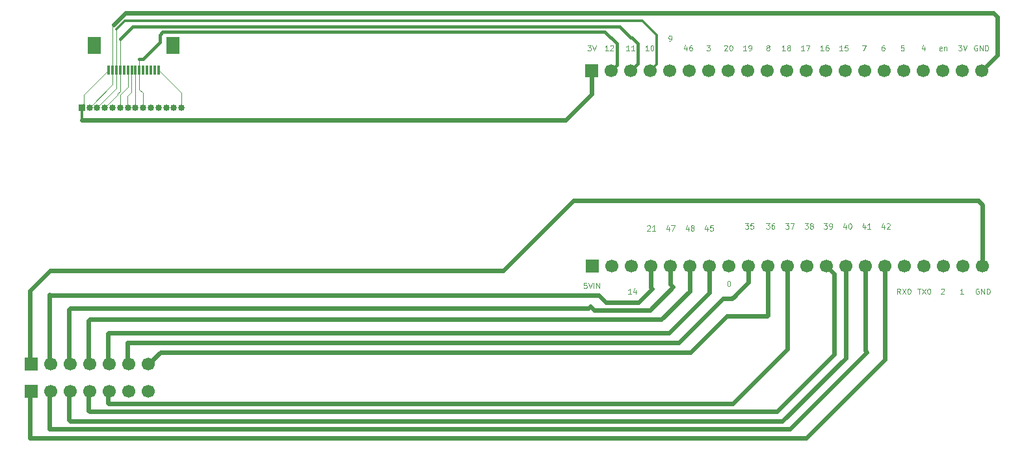
<source format=gbr>
%TF.GenerationSoftware,KiCad,Pcbnew,9.0.7*%
%TF.CreationDate,2026-01-30T17:59:14-03:00*%
%TF.ProjectId,pcb_geral,7063625f-6765-4726-916c-2e6b69636164,rev?*%
%TF.SameCoordinates,Original*%
%TF.FileFunction,Copper,L1,Top*%
%TF.FilePolarity,Positive*%
%FSLAX46Y46*%
G04 Gerber Fmt 4.6, Leading zero omitted, Abs format (unit mm)*
G04 Created by KiCad (PCBNEW 9.0.7) date 2026-01-30 17:59:14*
%MOMM*%
%LPD*%
G01*
G04 APERTURE LIST*
%ADD10C,0.050000*%
%TA.AperFunction,NonConductor*%
%ADD11C,0.050000*%
%TD*%
%TA.AperFunction,ComponentPad*%
%ADD12R,1.700000X1.700000*%
%TD*%
%TA.AperFunction,ComponentPad*%
%ADD13C,1.700000*%
%TD*%
%TA.AperFunction,ComponentPad*%
%ADD14R,0.850000X0.850000*%
%TD*%
%TA.AperFunction,ComponentPad*%
%ADD15C,0.850000*%
%TD*%
%TA.AperFunction,SMDPad,CuDef*%
%ADD16R,0.300000X1.300000*%
%TD*%
%TA.AperFunction,SMDPad,CuDef*%
%ADD17R,1.800000X2.200000*%
%TD*%
%TA.AperFunction,ViaPad*%
%ADD18C,0.500000*%
%TD*%
%TA.AperFunction,Conductor*%
%ADD19C,0.400000*%
%TD*%
%TA.AperFunction,Conductor*%
%ADD20C,0.600000*%
%TD*%
%TA.AperFunction,Conductor*%
%ADD21C,0.100000*%
%TD*%
%TA.AperFunction,Conductor*%
%ADD22C,0.300000*%
%TD*%
G04 APERTURE END LIST*
D10*
D11*
X203246227Y-81628400D02*
X203179560Y-81661733D01*
X203179560Y-81661733D02*
X203046227Y-81661733D01*
X203046227Y-81661733D02*
X202979560Y-81628400D01*
X202979560Y-81628400D02*
X202946227Y-81561733D01*
X202946227Y-81561733D02*
X202946227Y-81295066D01*
X202946227Y-81295066D02*
X202979560Y-81228400D01*
X202979560Y-81228400D02*
X203046227Y-81195066D01*
X203046227Y-81195066D02*
X203179560Y-81195066D01*
X203179560Y-81195066D02*
X203246227Y-81228400D01*
X203246227Y-81228400D02*
X203279560Y-81295066D01*
X203279560Y-81295066D02*
X203279560Y-81361733D01*
X203279560Y-81361733D02*
X202946227Y-81428400D01*
X203579560Y-81195066D02*
X203579560Y-81661733D01*
X203579560Y-81261733D02*
X203612894Y-81228400D01*
X203612894Y-81228400D02*
X203679560Y-81195066D01*
X203679560Y-81195066D02*
X203779560Y-81195066D01*
X203779560Y-81195066D02*
X203846227Y-81228400D01*
X203846227Y-81228400D02*
X203879560Y-81295066D01*
X203879560Y-81295066D02*
X203879560Y-81661733D01*
D10*
D11*
X162566227Y-81661733D02*
X162166227Y-81661733D01*
X162366227Y-81661733D02*
X162366227Y-80961733D01*
X162366227Y-80961733D02*
X162299560Y-81061733D01*
X162299560Y-81061733D02*
X162232894Y-81128400D01*
X162232894Y-81128400D02*
X162166227Y-81161733D01*
X163232894Y-81661733D02*
X162832894Y-81661733D01*
X163032894Y-81661733D02*
X163032894Y-80961733D01*
X163032894Y-80961733D02*
X162966227Y-81061733D01*
X162966227Y-81061733D02*
X162899561Y-81128400D01*
X162899561Y-81128400D02*
X162832894Y-81161733D01*
D10*
D11*
X177816227Y-81661733D02*
X177416227Y-81661733D01*
X177616227Y-81661733D02*
X177616227Y-80961733D01*
X177616227Y-80961733D02*
X177549560Y-81061733D01*
X177549560Y-81061733D02*
X177482894Y-81128400D01*
X177482894Y-81128400D02*
X177416227Y-81161733D01*
X178149561Y-81661733D02*
X178282894Y-81661733D01*
X178282894Y-81661733D02*
X178349561Y-81628400D01*
X178349561Y-81628400D02*
X178382894Y-81595066D01*
X178382894Y-81595066D02*
X178449561Y-81495066D01*
X178449561Y-81495066D02*
X178482894Y-81361733D01*
X178482894Y-81361733D02*
X178482894Y-81095066D01*
X178482894Y-81095066D02*
X178449561Y-81028400D01*
X178449561Y-81028400D02*
X178416227Y-80995066D01*
X178416227Y-80995066D02*
X178349561Y-80961733D01*
X178349561Y-80961733D02*
X178216227Y-80961733D01*
X178216227Y-80961733D02*
X178149561Y-80995066D01*
X178149561Y-80995066D02*
X178116227Y-81028400D01*
X178116227Y-81028400D02*
X178082894Y-81095066D01*
X178082894Y-81095066D02*
X178082894Y-81261733D01*
X178082894Y-81261733D02*
X178116227Y-81328400D01*
X178116227Y-81328400D02*
X178149561Y-81361733D01*
X178149561Y-81361733D02*
X178216227Y-81395066D01*
X178216227Y-81395066D02*
X178349561Y-81395066D01*
X178349561Y-81395066D02*
X178416227Y-81361733D01*
X178416227Y-81361733D02*
X178449561Y-81328400D01*
X178449561Y-81328400D02*
X178482894Y-81261733D01*
D10*
D11*
X162816227Y-113411733D02*
X162416227Y-113411733D01*
X162616227Y-113411733D02*
X162616227Y-112711733D01*
X162616227Y-112711733D02*
X162549560Y-112811733D01*
X162549560Y-112811733D02*
X162482894Y-112878400D01*
X162482894Y-112878400D02*
X162416227Y-112911733D01*
X163416227Y-112945066D02*
X163416227Y-113411733D01*
X163249561Y-112678400D02*
X163082894Y-113178400D01*
X163082894Y-113178400D02*
X163516227Y-113178400D01*
D10*
D11*
X164886227Y-104528400D02*
X164919560Y-104495066D01*
X164919560Y-104495066D02*
X164986227Y-104461733D01*
X164986227Y-104461733D02*
X165152894Y-104461733D01*
X165152894Y-104461733D02*
X165219560Y-104495066D01*
X165219560Y-104495066D02*
X165252894Y-104528400D01*
X165252894Y-104528400D02*
X165286227Y-104595066D01*
X165286227Y-104595066D02*
X165286227Y-104661733D01*
X165286227Y-104661733D02*
X165252894Y-104761733D01*
X165252894Y-104761733D02*
X164852894Y-105161733D01*
X164852894Y-105161733D02*
X165286227Y-105161733D01*
X165952894Y-105161733D02*
X165552894Y-105161733D01*
X165752894Y-105161733D02*
X165752894Y-104461733D01*
X165752894Y-104461733D02*
X165686227Y-104561733D01*
X165686227Y-104561733D02*
X165619561Y-104628400D01*
X165619561Y-104628400D02*
X165552894Y-104661733D01*
D10*
D11*
X190749560Y-104445066D02*
X190749560Y-104911733D01*
X190582894Y-104178400D02*
X190416227Y-104678400D01*
X190416227Y-104678400D02*
X190849560Y-104678400D01*
X191249561Y-104211733D02*
X191316227Y-104211733D01*
X191316227Y-104211733D02*
X191382894Y-104245066D01*
X191382894Y-104245066D02*
X191416227Y-104278400D01*
X191416227Y-104278400D02*
X191449561Y-104345066D01*
X191449561Y-104345066D02*
X191482894Y-104478400D01*
X191482894Y-104478400D02*
X191482894Y-104645066D01*
X191482894Y-104645066D02*
X191449561Y-104778400D01*
X191449561Y-104778400D02*
X191416227Y-104845066D01*
X191416227Y-104845066D02*
X191382894Y-104878400D01*
X191382894Y-104878400D02*
X191316227Y-104911733D01*
X191316227Y-104911733D02*
X191249561Y-104911733D01*
X191249561Y-104911733D02*
X191182894Y-104878400D01*
X191182894Y-104878400D02*
X191149561Y-104845066D01*
X191149561Y-104845066D02*
X191116227Y-104778400D01*
X191116227Y-104778400D02*
X191082894Y-104645066D01*
X191082894Y-104645066D02*
X191082894Y-104478400D01*
X191082894Y-104478400D02*
X191116227Y-104345066D01*
X191116227Y-104345066D02*
X191149561Y-104278400D01*
X191149561Y-104278400D02*
X191182894Y-104245066D01*
X191182894Y-104245066D02*
X191249561Y-104211733D01*
D10*
D11*
X187882894Y-104211733D02*
X188316227Y-104211733D01*
X188316227Y-104211733D02*
X188082894Y-104478400D01*
X188082894Y-104478400D02*
X188182894Y-104478400D01*
X188182894Y-104478400D02*
X188249560Y-104511733D01*
X188249560Y-104511733D02*
X188282894Y-104545066D01*
X188282894Y-104545066D02*
X188316227Y-104611733D01*
X188316227Y-104611733D02*
X188316227Y-104778400D01*
X188316227Y-104778400D02*
X188282894Y-104845066D01*
X188282894Y-104845066D02*
X188249560Y-104878400D01*
X188249560Y-104878400D02*
X188182894Y-104911733D01*
X188182894Y-104911733D02*
X187982894Y-104911733D01*
X187982894Y-104911733D02*
X187916227Y-104878400D01*
X187916227Y-104878400D02*
X187882894Y-104845066D01*
X188649561Y-104911733D02*
X188782894Y-104911733D01*
X188782894Y-104911733D02*
X188849561Y-104878400D01*
X188849561Y-104878400D02*
X188882894Y-104845066D01*
X188882894Y-104845066D02*
X188949561Y-104745066D01*
X188949561Y-104745066D02*
X188982894Y-104611733D01*
X188982894Y-104611733D02*
X188982894Y-104345066D01*
X188982894Y-104345066D02*
X188949561Y-104278400D01*
X188949561Y-104278400D02*
X188916227Y-104245066D01*
X188916227Y-104245066D02*
X188849561Y-104211733D01*
X188849561Y-104211733D02*
X188716227Y-104211733D01*
X188716227Y-104211733D02*
X188649561Y-104245066D01*
X188649561Y-104245066D02*
X188616227Y-104278400D01*
X188616227Y-104278400D02*
X188582894Y-104345066D01*
X188582894Y-104345066D02*
X188582894Y-104511733D01*
X188582894Y-104511733D02*
X188616227Y-104578400D01*
X188616227Y-104578400D02*
X188649561Y-104611733D01*
X188649561Y-104611733D02*
X188716227Y-104645066D01*
X188716227Y-104645066D02*
X188849561Y-104645066D01*
X188849561Y-104645066D02*
X188916227Y-104611733D01*
X188916227Y-104611733D02*
X188949561Y-104578400D01*
X188949561Y-104578400D02*
X188982894Y-104511733D01*
D10*
D11*
X195749560Y-80961733D02*
X195616227Y-80961733D01*
X195616227Y-80961733D02*
X195549560Y-80995066D01*
X195549560Y-80995066D02*
X195516227Y-81028400D01*
X195516227Y-81028400D02*
X195449560Y-81128400D01*
X195449560Y-81128400D02*
X195416227Y-81261733D01*
X195416227Y-81261733D02*
X195416227Y-81528400D01*
X195416227Y-81528400D02*
X195449560Y-81595066D01*
X195449560Y-81595066D02*
X195482894Y-81628400D01*
X195482894Y-81628400D02*
X195549560Y-81661733D01*
X195549560Y-81661733D02*
X195682894Y-81661733D01*
X195682894Y-81661733D02*
X195749560Y-81628400D01*
X195749560Y-81628400D02*
X195782894Y-81595066D01*
X195782894Y-81595066D02*
X195816227Y-81528400D01*
X195816227Y-81528400D02*
X195816227Y-81361733D01*
X195816227Y-81361733D02*
X195782894Y-81295066D01*
X195782894Y-81295066D02*
X195749560Y-81261733D01*
X195749560Y-81261733D02*
X195682894Y-81228400D01*
X195682894Y-81228400D02*
X195549560Y-81228400D01*
X195549560Y-81228400D02*
X195482894Y-81261733D01*
X195482894Y-81261733D02*
X195449560Y-81295066D01*
X195449560Y-81295066D02*
X195416227Y-81361733D01*
D10*
D11*
X195749560Y-104445066D02*
X195749560Y-104911733D01*
X195582894Y-104178400D02*
X195416227Y-104678400D01*
X195416227Y-104678400D02*
X195849560Y-104678400D01*
X196082894Y-104278400D02*
X196116227Y-104245066D01*
X196116227Y-104245066D02*
X196182894Y-104211733D01*
X196182894Y-104211733D02*
X196349561Y-104211733D01*
X196349561Y-104211733D02*
X196416227Y-104245066D01*
X196416227Y-104245066D02*
X196449561Y-104278400D01*
X196449561Y-104278400D02*
X196482894Y-104345066D01*
X196482894Y-104345066D02*
X196482894Y-104411733D01*
X196482894Y-104411733D02*
X196449561Y-104511733D01*
X196449561Y-104511733D02*
X196049561Y-104911733D01*
X196049561Y-104911733D02*
X196482894Y-104911733D01*
D10*
D11*
X170029560Y-81195066D02*
X170029560Y-81661733D01*
X169862894Y-80928400D02*
X169696227Y-81428400D01*
X169696227Y-81428400D02*
X170129560Y-81428400D01*
X170696227Y-80961733D02*
X170562894Y-80961733D01*
X170562894Y-80961733D02*
X170496227Y-80995066D01*
X170496227Y-80995066D02*
X170462894Y-81028400D01*
X170462894Y-81028400D02*
X170396227Y-81128400D01*
X170396227Y-81128400D02*
X170362894Y-81261733D01*
X170362894Y-81261733D02*
X170362894Y-81528400D01*
X170362894Y-81528400D02*
X170396227Y-81595066D01*
X170396227Y-81595066D02*
X170429561Y-81628400D01*
X170429561Y-81628400D02*
X170496227Y-81661733D01*
X170496227Y-81661733D02*
X170629561Y-81661733D01*
X170629561Y-81661733D02*
X170696227Y-81628400D01*
X170696227Y-81628400D02*
X170729561Y-81595066D01*
X170729561Y-81595066D02*
X170762894Y-81528400D01*
X170762894Y-81528400D02*
X170762894Y-81361733D01*
X170762894Y-81361733D02*
X170729561Y-81295066D01*
X170729561Y-81295066D02*
X170696227Y-81261733D01*
X170696227Y-81261733D02*
X170629561Y-81228400D01*
X170629561Y-81228400D02*
X170496227Y-81228400D01*
X170496227Y-81228400D02*
X170429561Y-81261733D01*
X170429561Y-81261733D02*
X170396227Y-81295066D01*
X170396227Y-81295066D02*
X170362894Y-81361733D01*
D10*
D11*
X200099560Y-112711733D02*
X200499560Y-112711733D01*
X200299560Y-113411733D02*
X200299560Y-112711733D01*
X200666227Y-112711733D02*
X201132893Y-113411733D01*
X201132893Y-112711733D02*
X200666227Y-113411733D01*
X201532894Y-112711733D02*
X201599560Y-112711733D01*
X201599560Y-112711733D02*
X201666227Y-112745066D01*
X201666227Y-112745066D02*
X201699560Y-112778400D01*
X201699560Y-112778400D02*
X201732894Y-112845066D01*
X201732894Y-112845066D02*
X201766227Y-112978400D01*
X201766227Y-112978400D02*
X201766227Y-113145066D01*
X201766227Y-113145066D02*
X201732894Y-113278400D01*
X201732894Y-113278400D02*
X201699560Y-113345066D01*
X201699560Y-113345066D02*
X201666227Y-113378400D01*
X201666227Y-113378400D02*
X201599560Y-113411733D01*
X201599560Y-113411733D02*
X201532894Y-113411733D01*
X201532894Y-113411733D02*
X201466227Y-113378400D01*
X201466227Y-113378400D02*
X201432894Y-113345066D01*
X201432894Y-113345066D02*
X201399560Y-113278400D01*
X201399560Y-113278400D02*
X201366227Y-113145066D01*
X201366227Y-113145066D02*
X201366227Y-112978400D01*
X201366227Y-112978400D02*
X201399560Y-112845066D01*
X201399560Y-112845066D02*
X201432894Y-112778400D01*
X201432894Y-112778400D02*
X201466227Y-112745066D01*
X201466227Y-112745066D02*
X201532894Y-112711733D01*
D10*
D11*
X205412894Y-80961733D02*
X205846227Y-80961733D01*
X205846227Y-80961733D02*
X205612894Y-81228400D01*
X205612894Y-81228400D02*
X205712894Y-81228400D01*
X205712894Y-81228400D02*
X205779560Y-81261733D01*
X205779560Y-81261733D02*
X205812894Y-81295066D01*
X205812894Y-81295066D02*
X205846227Y-81361733D01*
X205846227Y-81361733D02*
X205846227Y-81528400D01*
X205846227Y-81528400D02*
X205812894Y-81595066D01*
X205812894Y-81595066D02*
X205779560Y-81628400D01*
X205779560Y-81628400D02*
X205712894Y-81661733D01*
X205712894Y-81661733D02*
X205512894Y-81661733D01*
X205512894Y-81661733D02*
X205446227Y-81628400D01*
X205446227Y-81628400D02*
X205412894Y-81595066D01*
X206046227Y-80961733D02*
X206279561Y-81661733D01*
X206279561Y-81661733D02*
X206512894Y-80961733D01*
D10*
D11*
X180549560Y-81261733D02*
X180482894Y-81228400D01*
X180482894Y-81228400D02*
X180449560Y-81195066D01*
X180449560Y-81195066D02*
X180416227Y-81128400D01*
X180416227Y-81128400D02*
X180416227Y-81095066D01*
X180416227Y-81095066D02*
X180449560Y-81028400D01*
X180449560Y-81028400D02*
X180482894Y-80995066D01*
X180482894Y-80995066D02*
X180549560Y-80961733D01*
X180549560Y-80961733D02*
X180682894Y-80961733D01*
X180682894Y-80961733D02*
X180749560Y-80995066D01*
X180749560Y-80995066D02*
X180782894Y-81028400D01*
X180782894Y-81028400D02*
X180816227Y-81095066D01*
X180816227Y-81095066D02*
X180816227Y-81128400D01*
X180816227Y-81128400D02*
X180782894Y-81195066D01*
X180782894Y-81195066D02*
X180749560Y-81228400D01*
X180749560Y-81228400D02*
X180682894Y-81261733D01*
X180682894Y-81261733D02*
X180549560Y-81261733D01*
X180549560Y-81261733D02*
X180482894Y-81295066D01*
X180482894Y-81295066D02*
X180449560Y-81328400D01*
X180449560Y-81328400D02*
X180416227Y-81395066D01*
X180416227Y-81395066D02*
X180416227Y-81528400D01*
X180416227Y-81528400D02*
X180449560Y-81595066D01*
X180449560Y-81595066D02*
X180482894Y-81628400D01*
X180482894Y-81628400D02*
X180549560Y-81661733D01*
X180549560Y-81661733D02*
X180682894Y-81661733D01*
X180682894Y-81661733D02*
X180749560Y-81628400D01*
X180749560Y-81628400D02*
X180782894Y-81595066D01*
X180782894Y-81595066D02*
X180816227Y-81528400D01*
X180816227Y-81528400D02*
X180816227Y-81395066D01*
X180816227Y-81395066D02*
X180782894Y-81328400D01*
X180782894Y-81328400D02*
X180749560Y-81295066D01*
X180749560Y-81295066D02*
X180682894Y-81261733D01*
D10*
D11*
X192882894Y-80961733D02*
X193349560Y-80961733D01*
X193349560Y-80961733D02*
X193049560Y-81661733D01*
D10*
D11*
X206066227Y-113411733D02*
X205666227Y-113411733D01*
X205866227Y-113411733D02*
X205866227Y-112711733D01*
X205866227Y-112711733D02*
X205799560Y-112811733D01*
X205799560Y-112811733D02*
X205732894Y-112878400D01*
X205732894Y-112878400D02*
X205666227Y-112911733D01*
D10*
D11*
X208066227Y-112745066D02*
X207999560Y-112711733D01*
X207999560Y-112711733D02*
X207899560Y-112711733D01*
X207899560Y-112711733D02*
X207799560Y-112745066D01*
X207799560Y-112745066D02*
X207732894Y-112811733D01*
X207732894Y-112811733D02*
X207699560Y-112878400D01*
X207699560Y-112878400D02*
X207666227Y-113011733D01*
X207666227Y-113011733D02*
X207666227Y-113111733D01*
X207666227Y-113111733D02*
X207699560Y-113245066D01*
X207699560Y-113245066D02*
X207732894Y-113311733D01*
X207732894Y-113311733D02*
X207799560Y-113378400D01*
X207799560Y-113378400D02*
X207899560Y-113411733D01*
X207899560Y-113411733D02*
X207966227Y-113411733D01*
X207966227Y-113411733D02*
X208066227Y-113378400D01*
X208066227Y-113378400D02*
X208099560Y-113345066D01*
X208099560Y-113345066D02*
X208099560Y-113111733D01*
X208099560Y-113111733D02*
X207966227Y-113111733D01*
X208399560Y-113411733D02*
X208399560Y-112711733D01*
X208399560Y-112711733D02*
X208799560Y-113411733D01*
X208799560Y-113411733D02*
X208799560Y-112711733D01*
X209132893Y-113411733D02*
X209132893Y-112711733D01*
X209132893Y-112711733D02*
X209299560Y-112711733D01*
X209299560Y-112711733D02*
X209399560Y-112745066D01*
X209399560Y-112745066D02*
X209466227Y-112811733D01*
X209466227Y-112811733D02*
X209499560Y-112878400D01*
X209499560Y-112878400D02*
X209532893Y-113011733D01*
X209532893Y-113011733D02*
X209532893Y-113111733D01*
X209532893Y-113111733D02*
X209499560Y-113245066D01*
X209499560Y-113245066D02*
X209466227Y-113311733D01*
X209466227Y-113311733D02*
X209399560Y-113378400D01*
X209399560Y-113378400D02*
X209299560Y-113411733D01*
X209299560Y-113411733D02*
X209132893Y-113411733D01*
D10*
D11*
X182882894Y-104211733D02*
X183316227Y-104211733D01*
X183316227Y-104211733D02*
X183082894Y-104478400D01*
X183082894Y-104478400D02*
X183182894Y-104478400D01*
X183182894Y-104478400D02*
X183249560Y-104511733D01*
X183249560Y-104511733D02*
X183282894Y-104545066D01*
X183282894Y-104545066D02*
X183316227Y-104611733D01*
X183316227Y-104611733D02*
X183316227Y-104778400D01*
X183316227Y-104778400D02*
X183282894Y-104845066D01*
X183282894Y-104845066D02*
X183249560Y-104878400D01*
X183249560Y-104878400D02*
X183182894Y-104911733D01*
X183182894Y-104911733D02*
X182982894Y-104911733D01*
X182982894Y-104911733D02*
X182916227Y-104878400D01*
X182916227Y-104878400D02*
X182882894Y-104845066D01*
X183549561Y-104211733D02*
X184016227Y-104211733D01*
X184016227Y-104211733D02*
X183716227Y-104911733D01*
D10*
D11*
X180382894Y-104211733D02*
X180816227Y-104211733D01*
X180816227Y-104211733D02*
X180582894Y-104478400D01*
X180582894Y-104478400D02*
X180682894Y-104478400D01*
X180682894Y-104478400D02*
X180749560Y-104511733D01*
X180749560Y-104511733D02*
X180782894Y-104545066D01*
X180782894Y-104545066D02*
X180816227Y-104611733D01*
X180816227Y-104611733D02*
X180816227Y-104778400D01*
X180816227Y-104778400D02*
X180782894Y-104845066D01*
X180782894Y-104845066D02*
X180749560Y-104878400D01*
X180749560Y-104878400D02*
X180682894Y-104911733D01*
X180682894Y-104911733D02*
X180482894Y-104911733D01*
X180482894Y-104911733D02*
X180416227Y-104878400D01*
X180416227Y-104878400D02*
X180382894Y-104845066D01*
X181416227Y-104211733D02*
X181282894Y-104211733D01*
X181282894Y-104211733D02*
X181216227Y-104245066D01*
X181216227Y-104245066D02*
X181182894Y-104278400D01*
X181182894Y-104278400D02*
X181116227Y-104378400D01*
X181116227Y-104378400D02*
X181082894Y-104511733D01*
X181082894Y-104511733D02*
X181082894Y-104778400D01*
X181082894Y-104778400D02*
X181116227Y-104845066D01*
X181116227Y-104845066D02*
X181149561Y-104878400D01*
X181149561Y-104878400D02*
X181216227Y-104911733D01*
X181216227Y-104911733D02*
X181349561Y-104911733D01*
X181349561Y-104911733D02*
X181416227Y-104878400D01*
X181416227Y-104878400D02*
X181449561Y-104845066D01*
X181449561Y-104845066D02*
X181482894Y-104778400D01*
X181482894Y-104778400D02*
X181482894Y-104611733D01*
X181482894Y-104611733D02*
X181449561Y-104545066D01*
X181449561Y-104545066D02*
X181416227Y-104511733D01*
X181416227Y-104511733D02*
X181349561Y-104478400D01*
X181349561Y-104478400D02*
X181216227Y-104478400D01*
X181216227Y-104478400D02*
X181149561Y-104511733D01*
X181149561Y-104511733D02*
X181116227Y-104545066D01*
X181116227Y-104545066D02*
X181082894Y-104611733D01*
D10*
D11*
X185346227Y-81661733D02*
X184946227Y-81661733D01*
X185146227Y-81661733D02*
X185146227Y-80961733D01*
X185146227Y-80961733D02*
X185079560Y-81061733D01*
X185079560Y-81061733D02*
X185012894Y-81128400D01*
X185012894Y-81128400D02*
X184946227Y-81161733D01*
X185579561Y-80961733D02*
X186046227Y-80961733D01*
X186046227Y-80961733D02*
X185746227Y-81661733D01*
D10*
D11*
X157132894Y-80961733D02*
X157566227Y-80961733D01*
X157566227Y-80961733D02*
X157332894Y-81228400D01*
X157332894Y-81228400D02*
X157432894Y-81228400D01*
X157432894Y-81228400D02*
X157499560Y-81261733D01*
X157499560Y-81261733D02*
X157532894Y-81295066D01*
X157532894Y-81295066D02*
X157566227Y-81361733D01*
X157566227Y-81361733D02*
X157566227Y-81528400D01*
X157566227Y-81528400D02*
X157532894Y-81595066D01*
X157532894Y-81595066D02*
X157499560Y-81628400D01*
X157499560Y-81628400D02*
X157432894Y-81661733D01*
X157432894Y-81661733D02*
X157232894Y-81661733D01*
X157232894Y-81661733D02*
X157166227Y-81628400D01*
X157166227Y-81628400D02*
X157132894Y-81595066D01*
X157766227Y-80961733D02*
X157999561Y-81661733D01*
X157999561Y-81661733D02*
X158232894Y-80961733D01*
D10*
D11*
X159816227Y-81661733D02*
X159416227Y-81661733D01*
X159616227Y-81661733D02*
X159616227Y-80961733D01*
X159616227Y-80961733D02*
X159549560Y-81061733D01*
X159549560Y-81061733D02*
X159482894Y-81128400D01*
X159482894Y-81128400D02*
X159416227Y-81161733D01*
X160082894Y-81028400D02*
X160116227Y-80995066D01*
X160116227Y-80995066D02*
X160182894Y-80961733D01*
X160182894Y-80961733D02*
X160349561Y-80961733D01*
X160349561Y-80961733D02*
X160416227Y-80995066D01*
X160416227Y-80995066D02*
X160449561Y-81028400D01*
X160449561Y-81028400D02*
X160482894Y-81095066D01*
X160482894Y-81095066D02*
X160482894Y-81161733D01*
X160482894Y-81161733D02*
X160449561Y-81261733D01*
X160449561Y-81261733D02*
X160049561Y-81661733D01*
X160049561Y-81661733D02*
X160482894Y-81661733D01*
D10*
D11*
X185382894Y-104211733D02*
X185816227Y-104211733D01*
X185816227Y-104211733D02*
X185582894Y-104478400D01*
X185582894Y-104478400D02*
X185682894Y-104478400D01*
X185682894Y-104478400D02*
X185749560Y-104511733D01*
X185749560Y-104511733D02*
X185782894Y-104545066D01*
X185782894Y-104545066D02*
X185816227Y-104611733D01*
X185816227Y-104611733D02*
X185816227Y-104778400D01*
X185816227Y-104778400D02*
X185782894Y-104845066D01*
X185782894Y-104845066D02*
X185749560Y-104878400D01*
X185749560Y-104878400D02*
X185682894Y-104911733D01*
X185682894Y-104911733D02*
X185482894Y-104911733D01*
X185482894Y-104911733D02*
X185416227Y-104878400D01*
X185416227Y-104878400D02*
X185382894Y-104845066D01*
X186216227Y-104511733D02*
X186149561Y-104478400D01*
X186149561Y-104478400D02*
X186116227Y-104445066D01*
X186116227Y-104445066D02*
X186082894Y-104378400D01*
X186082894Y-104378400D02*
X186082894Y-104345066D01*
X186082894Y-104345066D02*
X186116227Y-104278400D01*
X186116227Y-104278400D02*
X186149561Y-104245066D01*
X186149561Y-104245066D02*
X186216227Y-104211733D01*
X186216227Y-104211733D02*
X186349561Y-104211733D01*
X186349561Y-104211733D02*
X186416227Y-104245066D01*
X186416227Y-104245066D02*
X186449561Y-104278400D01*
X186449561Y-104278400D02*
X186482894Y-104345066D01*
X186482894Y-104345066D02*
X186482894Y-104378400D01*
X186482894Y-104378400D02*
X186449561Y-104445066D01*
X186449561Y-104445066D02*
X186416227Y-104478400D01*
X186416227Y-104478400D02*
X186349561Y-104511733D01*
X186349561Y-104511733D02*
X186216227Y-104511733D01*
X186216227Y-104511733D02*
X186149561Y-104545066D01*
X186149561Y-104545066D02*
X186116227Y-104578400D01*
X186116227Y-104578400D02*
X186082894Y-104645066D01*
X186082894Y-104645066D02*
X186082894Y-104778400D01*
X186082894Y-104778400D02*
X186116227Y-104845066D01*
X186116227Y-104845066D02*
X186149561Y-104878400D01*
X186149561Y-104878400D02*
X186216227Y-104911733D01*
X186216227Y-104911733D02*
X186349561Y-104911733D01*
X186349561Y-104911733D02*
X186416227Y-104878400D01*
X186416227Y-104878400D02*
X186449561Y-104845066D01*
X186449561Y-104845066D02*
X186482894Y-104778400D01*
X186482894Y-104778400D02*
X186482894Y-104645066D01*
X186482894Y-104645066D02*
X186449561Y-104578400D01*
X186449561Y-104578400D02*
X186416227Y-104545066D01*
X186416227Y-104545066D02*
X186349561Y-104511733D01*
D10*
D11*
X165066227Y-81661733D02*
X164666227Y-81661733D01*
X164866227Y-81661733D02*
X164866227Y-80961733D01*
X164866227Y-80961733D02*
X164799560Y-81061733D01*
X164799560Y-81061733D02*
X164732894Y-81128400D01*
X164732894Y-81128400D02*
X164666227Y-81161733D01*
X165499561Y-80961733D02*
X165566227Y-80961733D01*
X165566227Y-80961733D02*
X165632894Y-80995066D01*
X165632894Y-80995066D02*
X165666227Y-81028400D01*
X165666227Y-81028400D02*
X165699561Y-81095066D01*
X165699561Y-81095066D02*
X165732894Y-81228400D01*
X165732894Y-81228400D02*
X165732894Y-81395066D01*
X165732894Y-81395066D02*
X165699561Y-81528400D01*
X165699561Y-81528400D02*
X165666227Y-81595066D01*
X165666227Y-81595066D02*
X165632894Y-81628400D01*
X165632894Y-81628400D02*
X165566227Y-81661733D01*
X165566227Y-81661733D02*
X165499561Y-81661733D01*
X165499561Y-81661733D02*
X165432894Y-81628400D01*
X165432894Y-81628400D02*
X165399561Y-81595066D01*
X165399561Y-81595066D02*
X165366227Y-81528400D01*
X165366227Y-81528400D02*
X165332894Y-81395066D01*
X165332894Y-81395066D02*
X165332894Y-81228400D01*
X165332894Y-81228400D02*
X165366227Y-81095066D01*
X165366227Y-81095066D02*
X165399561Y-81028400D01*
X165399561Y-81028400D02*
X165432894Y-80995066D01*
X165432894Y-80995066D02*
X165499561Y-80961733D01*
D10*
D11*
X175482894Y-111711733D02*
X175549560Y-111711733D01*
X175549560Y-111711733D02*
X175616227Y-111745066D01*
X175616227Y-111745066D02*
X175649560Y-111778400D01*
X175649560Y-111778400D02*
X175682894Y-111845066D01*
X175682894Y-111845066D02*
X175716227Y-111978400D01*
X175716227Y-111978400D02*
X175716227Y-112145066D01*
X175716227Y-112145066D02*
X175682894Y-112278400D01*
X175682894Y-112278400D02*
X175649560Y-112345066D01*
X175649560Y-112345066D02*
X175616227Y-112378400D01*
X175616227Y-112378400D02*
X175549560Y-112411733D01*
X175549560Y-112411733D02*
X175482894Y-112411733D01*
X175482894Y-112411733D02*
X175416227Y-112378400D01*
X175416227Y-112378400D02*
X175382894Y-112345066D01*
X175382894Y-112345066D02*
X175349560Y-112278400D01*
X175349560Y-112278400D02*
X175316227Y-112145066D01*
X175316227Y-112145066D02*
X175316227Y-111978400D01*
X175316227Y-111978400D02*
X175349560Y-111845066D01*
X175349560Y-111845066D02*
X175382894Y-111778400D01*
X175382894Y-111778400D02*
X175416227Y-111745066D01*
X175416227Y-111745066D02*
X175482894Y-111711733D01*
D10*
D11*
X203166227Y-112778400D02*
X203199560Y-112745066D01*
X203199560Y-112745066D02*
X203266227Y-112711733D01*
X203266227Y-112711733D02*
X203432894Y-112711733D01*
X203432894Y-112711733D02*
X203499560Y-112745066D01*
X203499560Y-112745066D02*
X203532894Y-112778400D01*
X203532894Y-112778400D02*
X203566227Y-112845066D01*
X203566227Y-112845066D02*
X203566227Y-112911733D01*
X203566227Y-112911733D02*
X203532894Y-113011733D01*
X203532894Y-113011733D02*
X203132894Y-113411733D01*
X203132894Y-113411733D02*
X203566227Y-113411733D01*
D10*
D11*
X172632894Y-80961733D02*
X173066227Y-80961733D01*
X173066227Y-80961733D02*
X172832894Y-81228400D01*
X172832894Y-81228400D02*
X172932894Y-81228400D01*
X172932894Y-81228400D02*
X172999560Y-81261733D01*
X172999560Y-81261733D02*
X173032894Y-81295066D01*
X173032894Y-81295066D02*
X173066227Y-81361733D01*
X173066227Y-81361733D02*
X173066227Y-81528400D01*
X173066227Y-81528400D02*
X173032894Y-81595066D01*
X173032894Y-81595066D02*
X172999560Y-81628400D01*
X172999560Y-81628400D02*
X172932894Y-81661733D01*
X172932894Y-81661733D02*
X172732894Y-81661733D01*
X172732894Y-81661733D02*
X172666227Y-81628400D01*
X172666227Y-81628400D02*
X172632894Y-81595066D01*
D10*
D11*
X177632894Y-104211733D02*
X178066227Y-104211733D01*
X178066227Y-104211733D02*
X177832894Y-104478400D01*
X177832894Y-104478400D02*
X177932894Y-104478400D01*
X177932894Y-104478400D02*
X177999560Y-104511733D01*
X177999560Y-104511733D02*
X178032894Y-104545066D01*
X178032894Y-104545066D02*
X178066227Y-104611733D01*
X178066227Y-104611733D02*
X178066227Y-104778400D01*
X178066227Y-104778400D02*
X178032894Y-104845066D01*
X178032894Y-104845066D02*
X177999560Y-104878400D01*
X177999560Y-104878400D02*
X177932894Y-104911733D01*
X177932894Y-104911733D02*
X177732894Y-104911733D01*
X177732894Y-104911733D02*
X177666227Y-104878400D01*
X177666227Y-104878400D02*
X177632894Y-104845066D01*
X178699561Y-104211733D02*
X178366227Y-104211733D01*
X178366227Y-104211733D02*
X178332894Y-104545066D01*
X178332894Y-104545066D02*
X178366227Y-104511733D01*
X178366227Y-104511733D02*
X178432894Y-104478400D01*
X178432894Y-104478400D02*
X178599561Y-104478400D01*
X178599561Y-104478400D02*
X178666227Y-104511733D01*
X178666227Y-104511733D02*
X178699561Y-104545066D01*
X178699561Y-104545066D02*
X178732894Y-104611733D01*
X178732894Y-104611733D02*
X178732894Y-104778400D01*
X178732894Y-104778400D02*
X178699561Y-104845066D01*
X178699561Y-104845066D02*
X178666227Y-104878400D01*
X178666227Y-104878400D02*
X178599561Y-104911733D01*
X178599561Y-104911733D02*
X178432894Y-104911733D01*
X178432894Y-104911733D02*
X178366227Y-104878400D01*
X178366227Y-104878400D02*
X178332894Y-104845066D01*
D10*
D11*
X197849560Y-113411733D02*
X197616227Y-113078400D01*
X197449560Y-113411733D02*
X197449560Y-112711733D01*
X197449560Y-112711733D02*
X197716227Y-112711733D01*
X197716227Y-112711733D02*
X197782894Y-112745066D01*
X197782894Y-112745066D02*
X197816227Y-112778400D01*
X197816227Y-112778400D02*
X197849560Y-112845066D01*
X197849560Y-112845066D02*
X197849560Y-112945066D01*
X197849560Y-112945066D02*
X197816227Y-113011733D01*
X197816227Y-113011733D02*
X197782894Y-113045066D01*
X197782894Y-113045066D02*
X197716227Y-113078400D01*
X197716227Y-113078400D02*
X197449560Y-113078400D01*
X198082894Y-112711733D02*
X198549560Y-113411733D01*
X198549560Y-112711733D02*
X198082894Y-113411733D01*
X198949561Y-112711733D02*
X199016227Y-112711733D01*
X199016227Y-112711733D02*
X199082894Y-112745066D01*
X199082894Y-112745066D02*
X199116227Y-112778400D01*
X199116227Y-112778400D02*
X199149561Y-112845066D01*
X199149561Y-112845066D02*
X199182894Y-112978400D01*
X199182894Y-112978400D02*
X199182894Y-113145066D01*
X199182894Y-113145066D02*
X199149561Y-113278400D01*
X199149561Y-113278400D02*
X199116227Y-113345066D01*
X199116227Y-113345066D02*
X199082894Y-113378400D01*
X199082894Y-113378400D02*
X199016227Y-113411733D01*
X199016227Y-113411733D02*
X198949561Y-113411733D01*
X198949561Y-113411733D02*
X198882894Y-113378400D01*
X198882894Y-113378400D02*
X198849561Y-113345066D01*
X198849561Y-113345066D02*
X198816227Y-113278400D01*
X198816227Y-113278400D02*
X198782894Y-113145066D01*
X198782894Y-113145066D02*
X198782894Y-112978400D01*
X198782894Y-112978400D02*
X198816227Y-112845066D01*
X198816227Y-112845066D02*
X198849561Y-112778400D01*
X198849561Y-112778400D02*
X198882894Y-112745066D01*
X198882894Y-112745066D02*
X198949561Y-112711733D01*
D10*
D11*
X193249560Y-104445066D02*
X193249560Y-104911733D01*
X193082894Y-104178400D02*
X192916227Y-104678400D01*
X192916227Y-104678400D02*
X193349560Y-104678400D01*
X193982894Y-104911733D02*
X193582894Y-104911733D01*
X193782894Y-104911733D02*
X193782894Y-104211733D01*
X193782894Y-104211733D02*
X193716227Y-104311733D01*
X193716227Y-104311733D02*
X193649561Y-104378400D01*
X193649561Y-104378400D02*
X193582894Y-104411733D01*
D10*
D11*
X157002894Y-111961733D02*
X156669560Y-111961733D01*
X156669560Y-111961733D02*
X156636227Y-112295066D01*
X156636227Y-112295066D02*
X156669560Y-112261733D01*
X156669560Y-112261733D02*
X156736227Y-112228400D01*
X156736227Y-112228400D02*
X156902894Y-112228400D01*
X156902894Y-112228400D02*
X156969560Y-112261733D01*
X156969560Y-112261733D02*
X157002894Y-112295066D01*
X157002894Y-112295066D02*
X157036227Y-112361733D01*
X157036227Y-112361733D02*
X157036227Y-112528400D01*
X157036227Y-112528400D02*
X157002894Y-112595066D01*
X157002894Y-112595066D02*
X156969560Y-112628400D01*
X156969560Y-112628400D02*
X156902894Y-112661733D01*
X156902894Y-112661733D02*
X156736227Y-112661733D01*
X156736227Y-112661733D02*
X156669560Y-112628400D01*
X156669560Y-112628400D02*
X156636227Y-112595066D01*
X157236227Y-111961733D02*
X157469561Y-112661733D01*
X157469561Y-112661733D02*
X157702894Y-111961733D01*
X157936227Y-112661733D02*
X157936227Y-111961733D01*
X158269560Y-112661733D02*
X158269560Y-111961733D01*
X158269560Y-111961733D02*
X158669560Y-112661733D01*
X158669560Y-112661733D02*
X158669560Y-111961733D01*
D10*
D11*
X172749560Y-104695066D02*
X172749560Y-105161733D01*
X172582894Y-104428400D02*
X172416227Y-104928400D01*
X172416227Y-104928400D02*
X172849560Y-104928400D01*
X173449561Y-104461733D02*
X173116227Y-104461733D01*
X173116227Y-104461733D02*
X173082894Y-104795066D01*
X173082894Y-104795066D02*
X173116227Y-104761733D01*
X173116227Y-104761733D02*
X173182894Y-104728400D01*
X173182894Y-104728400D02*
X173349561Y-104728400D01*
X173349561Y-104728400D02*
X173416227Y-104761733D01*
X173416227Y-104761733D02*
X173449561Y-104795066D01*
X173449561Y-104795066D02*
X173482894Y-104861733D01*
X173482894Y-104861733D02*
X173482894Y-105028400D01*
X173482894Y-105028400D02*
X173449561Y-105095066D01*
X173449561Y-105095066D02*
X173416227Y-105128400D01*
X173416227Y-105128400D02*
X173349561Y-105161733D01*
X173349561Y-105161733D02*
X173182894Y-105161733D01*
X173182894Y-105161733D02*
X173116227Y-105128400D01*
X173116227Y-105128400D02*
X173082894Y-105095066D01*
D10*
D11*
X182846227Y-81661733D02*
X182446227Y-81661733D01*
X182646227Y-81661733D02*
X182646227Y-80961733D01*
X182646227Y-80961733D02*
X182579560Y-81061733D01*
X182579560Y-81061733D02*
X182512894Y-81128400D01*
X182512894Y-81128400D02*
X182446227Y-81161733D01*
X183246227Y-81261733D02*
X183179561Y-81228400D01*
X183179561Y-81228400D02*
X183146227Y-81195066D01*
X183146227Y-81195066D02*
X183112894Y-81128400D01*
X183112894Y-81128400D02*
X183112894Y-81095066D01*
X183112894Y-81095066D02*
X183146227Y-81028400D01*
X183146227Y-81028400D02*
X183179561Y-80995066D01*
X183179561Y-80995066D02*
X183246227Y-80961733D01*
X183246227Y-80961733D02*
X183379561Y-80961733D01*
X183379561Y-80961733D02*
X183446227Y-80995066D01*
X183446227Y-80995066D02*
X183479561Y-81028400D01*
X183479561Y-81028400D02*
X183512894Y-81095066D01*
X183512894Y-81095066D02*
X183512894Y-81128400D01*
X183512894Y-81128400D02*
X183479561Y-81195066D01*
X183479561Y-81195066D02*
X183446227Y-81228400D01*
X183446227Y-81228400D02*
X183379561Y-81261733D01*
X183379561Y-81261733D02*
X183246227Y-81261733D01*
X183246227Y-81261733D02*
X183179561Y-81295066D01*
X183179561Y-81295066D02*
X183146227Y-81328400D01*
X183146227Y-81328400D02*
X183112894Y-81395066D01*
X183112894Y-81395066D02*
X183112894Y-81528400D01*
X183112894Y-81528400D02*
X183146227Y-81595066D01*
X183146227Y-81595066D02*
X183179561Y-81628400D01*
X183179561Y-81628400D02*
X183246227Y-81661733D01*
X183246227Y-81661733D02*
X183379561Y-81661733D01*
X183379561Y-81661733D02*
X183446227Y-81628400D01*
X183446227Y-81628400D02*
X183479561Y-81595066D01*
X183479561Y-81595066D02*
X183512894Y-81528400D01*
X183512894Y-81528400D02*
X183512894Y-81395066D01*
X183512894Y-81395066D02*
X183479561Y-81328400D01*
X183479561Y-81328400D02*
X183446227Y-81295066D01*
X183446227Y-81295066D02*
X183379561Y-81261733D01*
D10*
D11*
X170249560Y-104695066D02*
X170249560Y-105161733D01*
X170082894Y-104428400D02*
X169916227Y-104928400D01*
X169916227Y-104928400D02*
X170349560Y-104928400D01*
X170716227Y-104761733D02*
X170649561Y-104728400D01*
X170649561Y-104728400D02*
X170616227Y-104695066D01*
X170616227Y-104695066D02*
X170582894Y-104628400D01*
X170582894Y-104628400D02*
X170582894Y-104595066D01*
X170582894Y-104595066D02*
X170616227Y-104528400D01*
X170616227Y-104528400D02*
X170649561Y-104495066D01*
X170649561Y-104495066D02*
X170716227Y-104461733D01*
X170716227Y-104461733D02*
X170849561Y-104461733D01*
X170849561Y-104461733D02*
X170916227Y-104495066D01*
X170916227Y-104495066D02*
X170949561Y-104528400D01*
X170949561Y-104528400D02*
X170982894Y-104595066D01*
X170982894Y-104595066D02*
X170982894Y-104628400D01*
X170982894Y-104628400D02*
X170949561Y-104695066D01*
X170949561Y-104695066D02*
X170916227Y-104728400D01*
X170916227Y-104728400D02*
X170849561Y-104761733D01*
X170849561Y-104761733D02*
X170716227Y-104761733D01*
X170716227Y-104761733D02*
X170649561Y-104795066D01*
X170649561Y-104795066D02*
X170616227Y-104828400D01*
X170616227Y-104828400D02*
X170582894Y-104895066D01*
X170582894Y-104895066D02*
X170582894Y-105028400D01*
X170582894Y-105028400D02*
X170616227Y-105095066D01*
X170616227Y-105095066D02*
X170649561Y-105128400D01*
X170649561Y-105128400D02*
X170716227Y-105161733D01*
X170716227Y-105161733D02*
X170849561Y-105161733D01*
X170849561Y-105161733D02*
X170916227Y-105128400D01*
X170916227Y-105128400D02*
X170949561Y-105095066D01*
X170949561Y-105095066D02*
X170982894Y-105028400D01*
X170982894Y-105028400D02*
X170982894Y-104895066D01*
X170982894Y-104895066D02*
X170949561Y-104828400D01*
X170949561Y-104828400D02*
X170916227Y-104795066D01*
X170916227Y-104795066D02*
X170849561Y-104761733D01*
D10*
D11*
X198282894Y-80961733D02*
X197949560Y-80961733D01*
X197949560Y-80961733D02*
X197916227Y-81295066D01*
X197916227Y-81295066D02*
X197949560Y-81261733D01*
X197949560Y-81261733D02*
X198016227Y-81228400D01*
X198016227Y-81228400D02*
X198182894Y-81228400D01*
X198182894Y-81228400D02*
X198249560Y-81261733D01*
X198249560Y-81261733D02*
X198282894Y-81295066D01*
X198282894Y-81295066D02*
X198316227Y-81361733D01*
X198316227Y-81361733D02*
X198316227Y-81528400D01*
X198316227Y-81528400D02*
X198282894Y-81595066D01*
X198282894Y-81595066D02*
X198249560Y-81628400D01*
X198249560Y-81628400D02*
X198182894Y-81661733D01*
X198182894Y-81661733D02*
X198016227Y-81661733D01*
X198016227Y-81661733D02*
X197949560Y-81628400D01*
X197949560Y-81628400D02*
X197916227Y-81595066D01*
D10*
D11*
X207846227Y-80995066D02*
X207779560Y-80961733D01*
X207779560Y-80961733D02*
X207679560Y-80961733D01*
X207679560Y-80961733D02*
X207579560Y-80995066D01*
X207579560Y-80995066D02*
X207512894Y-81061733D01*
X207512894Y-81061733D02*
X207479560Y-81128400D01*
X207479560Y-81128400D02*
X207446227Y-81261733D01*
X207446227Y-81261733D02*
X207446227Y-81361733D01*
X207446227Y-81361733D02*
X207479560Y-81495066D01*
X207479560Y-81495066D02*
X207512894Y-81561733D01*
X207512894Y-81561733D02*
X207579560Y-81628400D01*
X207579560Y-81628400D02*
X207679560Y-81661733D01*
X207679560Y-81661733D02*
X207746227Y-81661733D01*
X207746227Y-81661733D02*
X207846227Y-81628400D01*
X207846227Y-81628400D02*
X207879560Y-81595066D01*
X207879560Y-81595066D02*
X207879560Y-81361733D01*
X207879560Y-81361733D02*
X207746227Y-81361733D01*
X208179560Y-81661733D02*
X208179560Y-80961733D01*
X208179560Y-80961733D02*
X208579560Y-81661733D01*
X208579560Y-81661733D02*
X208579560Y-80961733D01*
X208912893Y-81661733D02*
X208912893Y-80961733D01*
X208912893Y-80961733D02*
X209079560Y-80961733D01*
X209079560Y-80961733D02*
X209179560Y-80995066D01*
X209179560Y-80995066D02*
X209246227Y-81061733D01*
X209246227Y-81061733D02*
X209279560Y-81128400D01*
X209279560Y-81128400D02*
X209312893Y-81261733D01*
X209312893Y-81261733D02*
X209312893Y-81361733D01*
X209312893Y-81361733D02*
X209279560Y-81495066D01*
X209279560Y-81495066D02*
X209246227Y-81561733D01*
X209246227Y-81561733D02*
X209179560Y-81628400D01*
X209179560Y-81628400D02*
X209079560Y-81661733D01*
X209079560Y-81661733D02*
X208912893Y-81661733D01*
D10*
D11*
X190346227Y-81661733D02*
X189946227Y-81661733D01*
X190146227Y-81661733D02*
X190146227Y-80961733D01*
X190146227Y-80961733D02*
X190079560Y-81061733D01*
X190079560Y-81061733D02*
X190012894Y-81128400D01*
X190012894Y-81128400D02*
X189946227Y-81161733D01*
X190979561Y-80961733D02*
X190646227Y-80961733D01*
X190646227Y-80961733D02*
X190612894Y-81295066D01*
X190612894Y-81295066D02*
X190646227Y-81261733D01*
X190646227Y-81261733D02*
X190712894Y-81228400D01*
X190712894Y-81228400D02*
X190879561Y-81228400D01*
X190879561Y-81228400D02*
X190946227Y-81261733D01*
X190946227Y-81261733D02*
X190979561Y-81295066D01*
X190979561Y-81295066D02*
X191012894Y-81361733D01*
X191012894Y-81361733D02*
X191012894Y-81528400D01*
X191012894Y-81528400D02*
X190979561Y-81595066D01*
X190979561Y-81595066D02*
X190946227Y-81628400D01*
X190946227Y-81628400D02*
X190879561Y-81661733D01*
X190879561Y-81661733D02*
X190712894Y-81661733D01*
X190712894Y-81661733D02*
X190646227Y-81628400D01*
X190646227Y-81628400D02*
X190612894Y-81595066D01*
D10*
D11*
X167732894Y-80411733D02*
X167866227Y-80411733D01*
X167866227Y-80411733D02*
X167932894Y-80378400D01*
X167932894Y-80378400D02*
X167966227Y-80345066D01*
X167966227Y-80345066D02*
X168032894Y-80245066D01*
X168032894Y-80245066D02*
X168066227Y-80111733D01*
X168066227Y-80111733D02*
X168066227Y-79845066D01*
X168066227Y-79845066D02*
X168032894Y-79778400D01*
X168032894Y-79778400D02*
X167999560Y-79745066D01*
X167999560Y-79745066D02*
X167932894Y-79711733D01*
X167932894Y-79711733D02*
X167799560Y-79711733D01*
X167799560Y-79711733D02*
X167732894Y-79745066D01*
X167732894Y-79745066D02*
X167699560Y-79778400D01*
X167699560Y-79778400D02*
X167666227Y-79845066D01*
X167666227Y-79845066D02*
X167666227Y-80011733D01*
X167666227Y-80011733D02*
X167699560Y-80078400D01*
X167699560Y-80078400D02*
X167732894Y-80111733D01*
X167732894Y-80111733D02*
X167799560Y-80145066D01*
X167799560Y-80145066D02*
X167932894Y-80145066D01*
X167932894Y-80145066D02*
X167999560Y-80111733D01*
X167999560Y-80111733D02*
X168032894Y-80078400D01*
X168032894Y-80078400D02*
X168066227Y-80011733D01*
D10*
D11*
X174916227Y-81028400D02*
X174949560Y-80995066D01*
X174949560Y-80995066D02*
X175016227Y-80961733D01*
X175016227Y-80961733D02*
X175182894Y-80961733D01*
X175182894Y-80961733D02*
X175249560Y-80995066D01*
X175249560Y-80995066D02*
X175282894Y-81028400D01*
X175282894Y-81028400D02*
X175316227Y-81095066D01*
X175316227Y-81095066D02*
X175316227Y-81161733D01*
X175316227Y-81161733D02*
X175282894Y-81261733D01*
X175282894Y-81261733D02*
X174882894Y-81661733D01*
X174882894Y-81661733D02*
X175316227Y-81661733D01*
X175749561Y-80961733D02*
X175816227Y-80961733D01*
X175816227Y-80961733D02*
X175882894Y-80995066D01*
X175882894Y-80995066D02*
X175916227Y-81028400D01*
X175916227Y-81028400D02*
X175949561Y-81095066D01*
X175949561Y-81095066D02*
X175982894Y-81228400D01*
X175982894Y-81228400D02*
X175982894Y-81395066D01*
X175982894Y-81395066D02*
X175949561Y-81528400D01*
X175949561Y-81528400D02*
X175916227Y-81595066D01*
X175916227Y-81595066D02*
X175882894Y-81628400D01*
X175882894Y-81628400D02*
X175816227Y-81661733D01*
X175816227Y-81661733D02*
X175749561Y-81661733D01*
X175749561Y-81661733D02*
X175682894Y-81628400D01*
X175682894Y-81628400D02*
X175649561Y-81595066D01*
X175649561Y-81595066D02*
X175616227Y-81528400D01*
X175616227Y-81528400D02*
X175582894Y-81395066D01*
X175582894Y-81395066D02*
X175582894Y-81228400D01*
X175582894Y-81228400D02*
X175616227Y-81095066D01*
X175616227Y-81095066D02*
X175649561Y-81028400D01*
X175649561Y-81028400D02*
X175682894Y-80995066D01*
X175682894Y-80995066D02*
X175749561Y-80961733D01*
D10*
D11*
X200999560Y-81195066D02*
X200999560Y-81661733D01*
X200832894Y-80928400D02*
X200666227Y-81428400D01*
X200666227Y-81428400D02*
X201099560Y-81428400D01*
D10*
D11*
X167719560Y-104695066D02*
X167719560Y-105161733D01*
X167552894Y-104428400D02*
X167386227Y-104928400D01*
X167386227Y-104928400D02*
X167819560Y-104928400D01*
X168019561Y-104461733D02*
X168486227Y-104461733D01*
X168486227Y-104461733D02*
X168186227Y-105161733D01*
D10*
D11*
X187846227Y-81661733D02*
X187446227Y-81661733D01*
X187646227Y-81661733D02*
X187646227Y-80961733D01*
X187646227Y-80961733D02*
X187579560Y-81061733D01*
X187579560Y-81061733D02*
X187512894Y-81128400D01*
X187512894Y-81128400D02*
X187446227Y-81161733D01*
X188446227Y-80961733D02*
X188312894Y-80961733D01*
X188312894Y-80961733D02*
X188246227Y-80995066D01*
X188246227Y-80995066D02*
X188212894Y-81028400D01*
X188212894Y-81028400D02*
X188146227Y-81128400D01*
X188146227Y-81128400D02*
X188112894Y-81261733D01*
X188112894Y-81261733D02*
X188112894Y-81528400D01*
X188112894Y-81528400D02*
X188146227Y-81595066D01*
X188146227Y-81595066D02*
X188179561Y-81628400D01*
X188179561Y-81628400D02*
X188246227Y-81661733D01*
X188246227Y-81661733D02*
X188379561Y-81661733D01*
X188379561Y-81661733D02*
X188446227Y-81628400D01*
X188446227Y-81628400D02*
X188479561Y-81595066D01*
X188479561Y-81595066D02*
X188512894Y-81528400D01*
X188512894Y-81528400D02*
X188512894Y-81361733D01*
X188512894Y-81361733D02*
X188479561Y-81295066D01*
X188479561Y-81295066D02*
X188446227Y-81261733D01*
X188446227Y-81261733D02*
X188379561Y-81228400D01*
X188379561Y-81228400D02*
X188246227Y-81228400D01*
X188246227Y-81228400D02*
X188179561Y-81261733D01*
X188179561Y-81261733D02*
X188146227Y-81295066D01*
X188146227Y-81295066D02*
X188112894Y-81361733D01*
D12*
%TO.P,ESP32PinSocket_2,1*%
%TO.N,.*%
X157720000Y-109750000D03*
D13*
%TO.P,ESP32PinSocket_2,2*%
X160260000Y-109750000D03*
%TO.P,ESP32PinSocket_2,3*%
X162800000Y-109750000D03*
%TO.P,ESP32PinSocket_2,4*%
X165340000Y-109750000D03*
%TO.P,ESP32PinSocket_2,5*%
X167880000Y-109750000D03*
%TO.P,ESP32PinSocket_2,6*%
X170420000Y-109750000D03*
%TO.P,ESP32PinSocket_2,7*%
X172960000Y-109750000D03*
%TO.P,ESP32PinSocket_2,8*%
X175500000Y-109750000D03*
%TO.P,ESP32PinSocket_2,9*%
X178040000Y-109750000D03*
%TO.P,ESP32PinSocket_2,10*%
X180580000Y-109750000D03*
%TO.P,ESP32PinSocket_2,11*%
X183120000Y-109750000D03*
%TO.P,ESP32PinSocket_2,12*%
X185660000Y-109750000D03*
%TO.P,ESP32PinSocket_2,13*%
X188200000Y-109750000D03*
%TO.P,ESP32PinSocket_2,14*%
X190740000Y-109750000D03*
%TO.P,ESP32PinSocket_2,15*%
X193280000Y-109750000D03*
%TO.P,ESP32PinSocket_2,16*%
X195820000Y-109750000D03*
%TO.P,ESP32PinSocket_2,17*%
X198360000Y-109750000D03*
%TO.P,ESP32PinSocket_2,18*%
X200900000Y-109750000D03*
%TO.P,ESP32PinSocket_2,19*%
X203440000Y-109750000D03*
%TO.P,ESP32PinSocket_2,20*%
X205980000Y-109750000D03*
%TO.P,ESP32PinSocket_2,21*%
X208520000Y-109750000D03*
%TD*%
D12*
%TO.P,KeyboardSocket_2,1*%
%TO.N,N/C*%
X84630000Y-126120000D03*
D13*
%TO.P,KeyboardSocket_2,2*%
X87170000Y-126120000D03*
%TO.P,KeyboardSocket_2,3*%
X89710000Y-126120000D03*
%TO.P,KeyboardSocket_2,4*%
X92250000Y-126120000D03*
%TO.P,KeyboardSocket_2,5*%
X94790000Y-126120000D03*
%TO.P,KeyboardSocket_2,6*%
X97330000Y-126120000D03*
%TO.P,KeyboardSocket_2,7*%
X99870000Y-126120000D03*
%TD*%
D14*
%TO.P,FlatCable_Header,1*%
%TO.N,N/C*%
X91250000Y-89100000D03*
D15*
%TO.P,FlatCable_Header,2*%
X92250000Y-89100000D03*
%TO.P,FlatCable_Header,3*%
X93250000Y-89100000D03*
%TO.P,FlatCable_Header,4*%
X94250000Y-89100000D03*
%TO.P,FlatCable_Header,5*%
X95250000Y-89100000D03*
%TO.P,FlatCable_Header,6*%
X96250000Y-89100000D03*
%TO.P,FlatCable_Header,7*%
X97250000Y-89100000D03*
%TO.P,FlatCable_Header,8*%
X98250000Y-89100000D03*
%TO.P,FlatCable_Header,9*%
X99250000Y-89100000D03*
%TO.P,FlatCable_Header,10*%
X100250000Y-89100000D03*
%TO.P,FlatCable_Header,11*%
X101250000Y-89100000D03*
%TO.P,FlatCable_Header,12*%
X102250000Y-89100000D03*
%TO.P,FlatCable_Header,13*%
X103250000Y-89100000D03*
%TO.P,FlatCable_Header,14*%
X104250000Y-89100000D03*
%TD*%
D12*
%TO.P,ESP32PinSocket_1,1*%
%TO.N,N/C*%
X157670000Y-84250000D03*
D13*
%TO.P,ESP32PinSocket_1,2*%
X160210000Y-84250000D03*
%TO.P,ESP32PinSocket_1,3*%
X162750000Y-84250000D03*
%TO.P,ESP32PinSocket_1,4*%
X165290000Y-84250000D03*
%TO.P,ESP32PinSocket_1,5*%
X167830000Y-84250000D03*
%TO.P,ESP32PinSocket_1,6*%
X170370000Y-84250000D03*
%TO.P,ESP32PinSocket_1,7*%
X172910000Y-84250000D03*
%TO.P,ESP32PinSocket_1,8*%
X175450000Y-84250000D03*
%TO.P,ESP32PinSocket_1,9*%
X177990000Y-84250000D03*
%TO.P,ESP32PinSocket_1,10*%
X180530000Y-84250000D03*
%TO.P,ESP32PinSocket_1,11*%
X183070000Y-84250000D03*
%TO.P,ESP32PinSocket_1,12*%
X185610000Y-84250000D03*
%TO.P,ESP32PinSocket_1,13*%
X188150000Y-84250000D03*
%TO.P,ESP32PinSocket_1,14*%
X190690000Y-84250000D03*
%TO.P,ESP32PinSocket_1,15*%
X193230000Y-84250000D03*
%TO.P,ESP32PinSocket_1,16*%
X195770000Y-84250000D03*
%TO.P,ESP32PinSocket_1,17*%
X198310000Y-84250000D03*
%TO.P,ESP32PinSocket_1,18*%
X200850000Y-84250000D03*
%TO.P,ESP32PinSocket_1,19*%
X203390000Y-84250000D03*
%TO.P,ESP32PinSocket_1,20*%
X205930000Y-84250000D03*
%TO.P,ESP32PinSocket_1,21*%
X208470000Y-84250000D03*
%TD*%
D12*
%TO.P,KeyboardSocket_1,1*%
%TO.N,N/C*%
X84650000Y-122550000D03*
D13*
%TO.P,KeyboardSocket_1,2*%
X87190000Y-122550000D03*
%TO.P,KeyboardSocket_1,3*%
X89730000Y-122550000D03*
%TO.P,KeyboardSocket_1,4*%
X92270000Y-122550000D03*
%TO.P,KeyboardSocket_1,5*%
X94810000Y-122550000D03*
%TO.P,KeyboardSocket_1,6*%
X97350000Y-122550000D03*
%TO.P,KeyboardSocket_1,7*%
X99890000Y-122550000D03*
%TD*%
D16*
%TO.P,FlatCableSocket,1*%
%TO.N,N/C*%
X101250000Y-84200000D03*
%TO.P,FlatCableSocket,2*%
X100750000Y-84200000D03*
%TO.P,FlatCableSocket,3*%
X100250000Y-84200000D03*
%TO.P,FlatCableSocket,4*%
X99750000Y-84200000D03*
%TO.P,FlatCableSocket,5*%
X99250000Y-84200000D03*
%TO.P,FlatCableSocket,6*%
X98750000Y-84200000D03*
%TO.P,FlatCableSocket,7*%
X98250000Y-84200000D03*
%TO.P,FlatCableSocket,8*%
X97750000Y-84200000D03*
%TO.P,FlatCableSocket,9*%
X97250000Y-84200000D03*
%TO.P,FlatCableSocket,10*%
X96750000Y-84200000D03*
%TO.P,FlatCableSocket,11*%
X96250000Y-84200000D03*
%TO.P,FlatCableSocket,12*%
X95750000Y-84200000D03*
%TO.P,FlatCableSocket,13*%
X95250000Y-84200000D03*
%TO.P,FlatCableSocket,14*%
X94750000Y-84200000D03*
D17*
%TO.P,FlatCableSocket,MP*%
X103150000Y-80950000D03*
X92850000Y-80950000D03*
%TD*%
D18*
%TO.N,*%
X93250000Y-89100000D03*
X99250000Y-89100000D03*
X91250000Y-89100000D03*
X99250000Y-89100000D03*
X92250000Y-89100000D03*
X103250000Y-89100000D03*
X100250000Y-89100000D03*
X104250000Y-89100000D03*
X102250000Y-89100000D03*
X103250000Y-89100000D03*
X95250000Y-89100000D03*
X94250000Y-89100000D03*
X104250000Y-89100000D03*
X93250000Y-89100000D03*
X92250000Y-89100000D03*
X95250000Y-89100000D03*
X102250000Y-89100000D03*
X100250000Y-89100000D03*
X101250000Y-89100000D03*
X94250000Y-89100000D03*
X91250000Y-89100000D03*
X101250000Y-89100000D03*
%TO.N,.*%
X96250000Y-89100000D03*
X98250000Y-89100000D03*
X97250000Y-89100000D03*
X97250000Y-89100000D03*
X96250000Y-89100000D03*
X98250000Y-89100000D03*
%TD*%
D19*
%TO.N,*%
X160915629Y-83544371D02*
X160210000Y-84250000D01*
D20*
X91250000Y-90750000D02*
X154250000Y-90750000D01*
D21*
X96300000Y-80100000D02*
X96250000Y-80150000D01*
D22*
X91250000Y-89100000D02*
X91250000Y-90750000D01*
D19*
X97900000Y-78500000D02*
X161250000Y-78500000D01*
D21*
X95750000Y-86600000D02*
X93250000Y-89100000D01*
X101250000Y-84200000D02*
X104250000Y-87200000D01*
D20*
X210000000Y-76750000D02*
X210500000Y-77250000D01*
D21*
X95750000Y-78850000D02*
X95750000Y-86600000D01*
X98750000Y-84200000D02*
X98700000Y-84150000D01*
D22*
X164250000Y-77750000D02*
X166115510Y-79615510D01*
D21*
X95450000Y-78250000D02*
X95250000Y-78450000D01*
D22*
X166115510Y-83424490D02*
X165290000Y-84250000D01*
D21*
X96250000Y-80150000D02*
X96250000Y-85524322D01*
D19*
X101400000Y-80600000D02*
X101400000Y-79600000D01*
D21*
X91550000Y-87400000D02*
X91550000Y-88800000D01*
D22*
X166115510Y-79615510D02*
X166115510Y-83424490D01*
D20*
X96950000Y-76750000D02*
X210000000Y-76750000D01*
X210500000Y-77250000D02*
X210500000Y-82220000D01*
D21*
X95250000Y-86100000D02*
X92250000Y-89100000D01*
X95949000Y-87401000D02*
X94250000Y-89100000D01*
D20*
X154250000Y-90750000D02*
X157670000Y-87330000D01*
X95450000Y-78250000D02*
X96950000Y-76750000D01*
D19*
X96300000Y-80100000D02*
X97900000Y-78500000D01*
D21*
X96249000Y-85525322D02*
X96249000Y-86975322D01*
D19*
X163663894Y-80764185D02*
X163663894Y-83336106D01*
D22*
X91550000Y-88800000D02*
X91250000Y-89100000D01*
D19*
X101400000Y-79600000D02*
X101800000Y-79200000D01*
X163663894Y-83336106D02*
X162750000Y-84250000D01*
D21*
X104250000Y-87200000D02*
X104250000Y-89100000D01*
X98700000Y-84150000D02*
X98700000Y-82750000D01*
X98750000Y-86700000D02*
X98750000Y-84200000D01*
D19*
X98700000Y-82750000D02*
X99250000Y-82750000D01*
D21*
X99250000Y-89100000D02*
X99250000Y-87200000D01*
D19*
X162899709Y-80000000D02*
X163663894Y-80764185D01*
X161250000Y-78500000D02*
X162750000Y-80000000D01*
D21*
X95250000Y-78450000D02*
X95250000Y-86100000D01*
X96249000Y-86975322D02*
X95949000Y-87275322D01*
D22*
X96850000Y-77750000D02*
X164250000Y-77750000D01*
D20*
X157670000Y-87330000D02*
X157670000Y-84250000D01*
D21*
X99250000Y-87200000D02*
X98750000Y-86700000D01*
D19*
X99250000Y-82750000D02*
X101400000Y-80600000D01*
D21*
X94750000Y-84200000D02*
X91550000Y-87400000D01*
D19*
X160915629Y-80763898D02*
X160915629Y-83544371D01*
D22*
X95750000Y-78850000D02*
X96850000Y-77750000D01*
D21*
X96250000Y-85524322D02*
X96249000Y-85525322D01*
D19*
X101800000Y-79200000D02*
X159351731Y-79200000D01*
X159351731Y-79200000D02*
X160915629Y-80763898D01*
D21*
X95949000Y-87275322D02*
X95949000Y-87401000D01*
D19*
X162750000Y-80000000D02*
X162899709Y-80000000D01*
D20*
X210500000Y-82220000D02*
X208470000Y-84250000D01*
%TO.N,.*%
X94750000Y-118500000D02*
X167750000Y-118500000D01*
X158540000Y-113540000D02*
X159500000Y-114500000D01*
X175250000Y-116250000D02*
X180500000Y-116250000D01*
X176000000Y-127750000D02*
X183120000Y-120630000D01*
X193500000Y-121000000D02*
X193280000Y-120780000D01*
X178050000Y-111600000D02*
X178040000Y-111590000D01*
X168250000Y-112500000D02*
X167880000Y-112130000D01*
X195820000Y-121930000D02*
X195820000Y-109750000D01*
X87040000Y-113540000D02*
X87000000Y-113500000D01*
X92120000Y-122750000D02*
X92120000Y-116880000D01*
X89750000Y-130000000D02*
X182500000Y-130000000D01*
X176055365Y-113944468D02*
X176348843Y-113650990D01*
X173000000Y-113250000D02*
X172960000Y-113210000D01*
X178000000Y-109790000D02*
X178040000Y-109750000D01*
X84500000Y-113000000D02*
X87109000Y-110391000D01*
X159500000Y-114500000D02*
X163750000Y-114500000D01*
X208000000Y-101250000D02*
X208520000Y-101770000D01*
X180500000Y-116250000D02*
X180580000Y-116170000D01*
X89750000Y-115250000D02*
X157250000Y-115250000D01*
X87200000Y-125900000D02*
X87040000Y-126060000D01*
X170420000Y-113080000D02*
X170420000Y-109750000D01*
X182500000Y-130000000D02*
X190740000Y-121760000D01*
X158000000Y-115500000D02*
X165250000Y-115500000D01*
X94660000Y-126392654D02*
X94660000Y-127660000D01*
X183120000Y-120630000D02*
X183120000Y-109750000D01*
X97250000Y-119750000D02*
X169000000Y-119750000D01*
D21*
X97700000Y-84450000D02*
X97700000Y-87050000D01*
D20*
X174750000Y-114000000D02*
X175900000Y-114000000D01*
X87040000Y-113540000D02*
X158540000Y-113540000D01*
X208520000Y-101770000D02*
X208520000Y-109750000D01*
X92301074Y-125973611D02*
X92120000Y-126154685D01*
X178040000Y-111590000D02*
X178040000Y-109750000D01*
X157500000Y-115000000D02*
X158000000Y-115500000D01*
X94938386Y-126114268D02*
X94660000Y-126392654D01*
X169000000Y-119750000D02*
X174750000Y-114000000D01*
X89580000Y-126120000D02*
X89580000Y-129830000D01*
X193280000Y-120780000D02*
X193280000Y-109750000D01*
X89580000Y-129830000D02*
X89750000Y-130000000D01*
X181750000Y-128750000D02*
X189250000Y-121250000D01*
D21*
X97700000Y-87050000D02*
X97200000Y-87550000D01*
X96250000Y-87400000D02*
X96250000Y-89100000D01*
D20*
X167750000Y-118500000D02*
X173000000Y-113250000D01*
X165340000Y-112590000D02*
X165340000Y-109750000D01*
X175955532Y-113944468D02*
X176055365Y-113944468D01*
D21*
X97200000Y-87550000D02*
X97200000Y-89050000D01*
D20*
X165250000Y-115500000D02*
X168250000Y-112500000D01*
X92120000Y-128620000D02*
X92250000Y-128750000D01*
X157250000Y-115250000D02*
X157500000Y-115000000D01*
X146109000Y-110391000D02*
X155250000Y-101250000D01*
X165500000Y-112750000D02*
X165340000Y-112590000D01*
X87040000Y-122750000D02*
X87040000Y-113540000D01*
X175900000Y-114000000D02*
X175955532Y-113944468D01*
X87040000Y-130960000D02*
X87000000Y-131000000D01*
X84800000Y-125900000D02*
X84500000Y-126200000D01*
D21*
X97250000Y-84550000D02*
X97250000Y-86400000D01*
D20*
X97200000Y-119800000D02*
X97250000Y-119750000D01*
X89700000Y-126000000D02*
X89580000Y-126120000D01*
X155250000Y-101250000D02*
X208000000Y-101250000D01*
X176348843Y-113551157D02*
X178050000Y-111850000D01*
X84500000Y-126200000D02*
X84500000Y-132199000D01*
X166750000Y-116750000D02*
X170420000Y-113080000D01*
X176348843Y-113650990D02*
X176348843Y-113551157D01*
X172960000Y-113210000D02*
X172960000Y-109750000D01*
X94660000Y-127660000D02*
X94750000Y-127750000D01*
X101490000Y-121000000D02*
X170500000Y-121000000D01*
X89580000Y-122750000D02*
X89580000Y-115420000D01*
X84500000Y-132199000D02*
X185551000Y-132199000D01*
X94660000Y-122750000D02*
X94660000Y-118590000D01*
X84500000Y-122750000D02*
X84500000Y-113000000D01*
X178050000Y-111850000D02*
X178050000Y-111600000D01*
X94660000Y-118590000D02*
X94750000Y-118500000D01*
X170500000Y-121000000D02*
X175250000Y-116250000D01*
D21*
X97250000Y-86400000D02*
X96250000Y-87400000D01*
D20*
X94750000Y-127750000D02*
X176000000Y-127750000D01*
X92120000Y-116880000D02*
X92250000Y-116750000D01*
X189250000Y-110800000D02*
X188200000Y-109750000D01*
X89580000Y-115420000D02*
X89750000Y-115250000D01*
X189250000Y-121250000D02*
X189250000Y-110800000D01*
X99740000Y-122750000D02*
X101490000Y-121000000D01*
X190740000Y-121760000D02*
X190740000Y-109750000D01*
X167880000Y-112130000D02*
X167880000Y-109750000D01*
X92120000Y-126154685D02*
X92120000Y-128620000D01*
X92250000Y-116750000D02*
X166750000Y-116750000D01*
X87000000Y-131000000D02*
X183500000Y-131000000D01*
X180580000Y-116170000D02*
X180580000Y-109750000D01*
X97200000Y-122750000D02*
X97200000Y-119800000D01*
X87040000Y-126060000D02*
X87040000Y-130960000D01*
X92250000Y-128750000D02*
X181750000Y-128750000D01*
X183500000Y-131000000D02*
X193500000Y-121000000D01*
D21*
X98250000Y-84350000D02*
X98250000Y-89100000D01*
D22*
X97200000Y-89050000D02*
X97250000Y-89100000D01*
D20*
X87109000Y-110391000D02*
X146109000Y-110391000D01*
X163750000Y-114500000D02*
X165500000Y-112750000D01*
X185551000Y-132199000D02*
X195820000Y-121930000D01*
%TD*%
M02*

</source>
